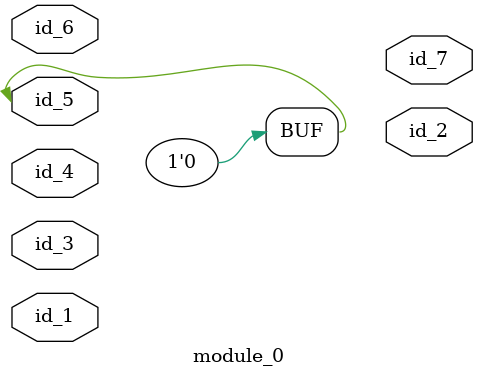
<source format=v>
module module_0 (
    id_1,
    id_2,
    id_3,
    id_4,
    id_5,
    id_6,
    id_7
);
  output id_7;
  input id_6;
  input id_5;
  input id_4;
  input id_3;
  output id_2;
  input id_1;
  assign id_5 = 1'h0;
  id_8 id_9 (
      .id_7(id_3),
      .id_6(id_5)
  );
  id_10 id_11 (
      .id_4(id_2),
      .id_4(id_5)
  );
endmodule

</source>
